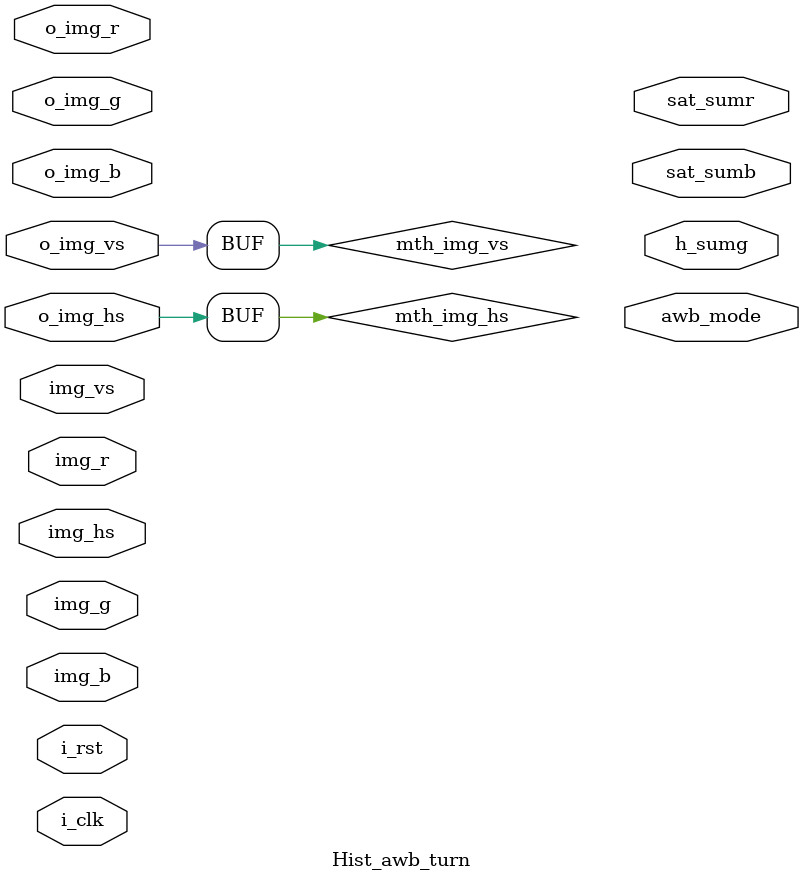
<source format=v>
`timescale 1ns / 1ps
module Hist_awb_turn(        
	input        i_clk     ,
	input        i_rst     ,   
	input [7:0]  img_r     ,            
    input [7:0]  img_g     ,
    input [7:0]  img_b     ,    
	input        img_hs    ,
	input        img_vs    ,
	input        o_img_hs  ,
    input        o_img_vs  ,
    input [7:0]  o_img_r   ,
    input [7:0]  o_img_g   ,
    input [7:0]  o_img_b   ,
    output reg awb_mode,  // Ìí¼ÓÄ£Ê½Ñ¡Ôñ±êÖ¾×÷ÎªÊä³ö
    output reg [31:0] sat_sumr, // RÍ¨µÀ¸ßÁÁ±¥ºÍÏñËØ¼ÆÊý
    output reg [31:0] sat_sumb, // BÍ¨µÀ¸ßÁÁ±¥ºÍÏñËØ¼ÆÊý
    output reg [31:0] h_sumg    // GÍ¨µÀ¸ßÃ÷¶ÈÏñËØ¼ÆÊý
);
parameter   RB_TH  =  240 ;
parameter   G_TH   =  200 ;

reg  		r_ram_rd_en    ;
reg  [8:0]	r_ram_rd_addr  ;
wire [31:0]	r_ram_rd_dout  ;

reg  		g_ram_rd_en    ;
reg  [8:0]	g_ram_rd_addr  ;
wire [31:0]	g_ram_rd_dout  ;

reg  		b_ram_rd_en    ;
reg  [8:0]	b_ram_rd_addr  ;
wire [31:0]	b_ram_rd_dout  ;


reg [15:0] x_cnt, y_cnt    ;
reg [15:0] img_hs_d        ;
reg [15:0] img_vs_d        ;
wire       ram_hist_done   ;
reg [15:0] ram_hist_done_d ;


reg g_ram_rd;
reg g_ram_rd_1d;
reg [7:0] g_ram_rd_cnt;
reg [31:0] g_ram_acc;
reg r_ram_rd;
reg r_ram_rd_1d;
reg [7:0] r_ram_rd_cnt;
reg [31:0] r_ram_acc;
reg b_ram_rd;
reg b_ram_rd_1d;
reg [7:0] b_ram_rd_cnt;
reg [31:0] b_ram_acc;
reg awb_turn;


Hist_static Hist_static_r(
    .i_clk				 (i_clk		     ),      
    .i_rst				 (i_rst		     ),      
    .img_data			 (img_r  	     ), 
    .img_hs				 (img_hs		 ), 
    .img_vs				 (img_vs		 ), 
	.ram_hist_done       (ram_hist_done  ),
	.dr_ram_rd_en        (r_ram_rd),
    .dr_ram_rd_addr      (r_ram_rd_addr  ),
	.dr_ram_rd_valid     (),
    .dr_ram_rd_dout      (r_ram_rd_dout  )
);

Hist_static Hist_static_g(
    .i_clk				 (i_clk		     ),      
    .i_rst				 (i_rst		     ),      
    .img_data			 (img_g  	     ), 
    .img_hs				 (img_hs		 ), 
    .img_vs				 (img_vs		 ),    
	.dr_ram_rd_en        (g_ram_rd    ),
    .dr_ram_rd_addr      (g_ram_rd_addr  ),
	.dr_ram_rd_valid     ( ),
    .dr_ram_rd_dout      (g_ram_rd_dout  )
);

Hist_static Hist_static_b(
    .i_clk				 (i_clk		     ),      
    .i_rst				 (i_rst		     ),      
    .img_data			 (img_b  	     ), 
    .img_hs				 (img_hs		 ), 
    .img_vs				 (img_vs		 ),    
	.dr_ram_rd_en        (r_ram_rd    ),
    .dr_ram_rd_addr      (r_ram_rd_addr  ),
	.dr_ram_rd_valid     ( ),
    .dr_ram_rd_dout      (b_ram_rd_dout  )
);

always@(posedge i_clk) 
begin 
	if(i_rst)  
		x_cnt <= 'd0;	
	else if(img_hs)
		x_cnt <= x_cnt + 1;
	else 
		x_cnt <= 'd0;
end 

always@(posedge i_clk) 
begin 
	if(i_rst)  
		y_cnt <= 'd0;
	else if(!img_vs)
		y_cnt <= 'd0;
	else if(img_hs_d[0] && !img_hs)
		y_cnt <= y_cnt + 1;
	else 
		y_cnt <= y_cnt;
end 

always@(posedge i_clk) 
begin 
	if(i_rst)begin  
		img_hs_d    <= 'd0 ;
        img_vs_d    <= 'd0 ;
		ram_hist_done_d <= 'd0;
	end else begin
		img_hs_d    <= { img_hs_d[14:0] , img_hs};
		img_vs_d    <= { img_vs_d[14:0] , img_vs};
		ram_hist_done_d <= {ram_hist_done_d[14:0],ram_hist_done};
	end
end 

always@(posedge i_clk) 
begin 
	if(i_rst)begin  
		img_hs_d    <= 'd0 ;
        img_vs_d    <= 'd0 ;
		ram_hist_done_d <= 'd0;
	end else begin
		img_hs_d    <= { img_hs_d[14:0] , img_hs};
		img_vs_d    <= { img_vs_d[14:0] , img_vs};
		ram_hist_done_d <= {ram_hist_done_d[14:0],ram_hist_done};
    end
end 




always@(posedge i_clk)begin
	g_ram_rd_1d <= g_ram_rd; 
	r_ram_rd_1d <= r_ram_rd;
	b_ram_rd_1d <= b_ram_rd;
end
always@(posedge i_clk) 
begin 
	if(i_rst) 
		g_ram_rd <= 'd0;
	else if(g_ram_rd_cnt == (255 - G_TH - 1) && g_ram_rd)
		g_ram_rd <= 'd0;
	else if(ram_hist_done)
		g_ram_rd <= 'd1;
	else 
		g_ram_rd <= g_ram_rd;
end 

always@(posedge i_clk) 
begin 
	if(i_rst) 
		r_ram_rd <= 'd0;
	else if(r_ram_rd_cnt == (255 - RB_TH - 1) && r_ram_rd)
		r_ram_rd <= 'd0;
	else if(ram_hist_done)
		r_ram_rd <= 'd1;
	else 
		r_ram_rd <= r_ram_rd;
end

always@(posedge i_clk) 
begin 
	if(i_rst) 
		g_ram_rd_cnt <= 'd0;
	else if(g_ram_rd_cnt == (255 - G_TH - 1) && g_ram_rd)
		g_ram_rd_cnt <= 'd0;
	else if(g_ram_rd)
		g_ram_rd_cnt <= g_ram_rd_cnt + 'd1;
	else 
		g_ram_rd_cnt <= g_ram_rd_cnt;
end 

always@(posedge i_clk) 
begin 
	if(i_rst) 
		r_ram_rd_cnt <= 'd0;
	else if(r_ram_rd_cnt == (255 - RB_TH - 1) && r_ram_rd)
		r_ram_rd_cnt <= 'd0;
	else if(r_ram_rd)
		r_ram_rd_cnt <= r_ram_rd_cnt + 'd1;
	else 
		r_ram_rd_cnt <= r_ram_rd_cnt;
end 

always@(posedge i_clk) 
begin 
	if(i_rst) 
		g_ram_acc <= 'd0;
	else if(!img_vs_d[0] && img_vs)
		g_ram_acc <= 'd0;
	else if(g_ram_rd_1d)
		g_ram_acc <= g_ram_acc + g_ram_rd_dout;
	else 
		g_ram_acc <= g_ram_acc;
end 

always@(posedge i_clk) 
begin 
	if(i_rst) 
		r_ram_acc <= 'd0;
	else if(!img_vs_d[0] && img_vs)
		r_ram_acc <= 'd0;
	else if(r_ram_rd_1d)
		r_ram_acc <= r_ram_acc + r_ram_rd_dout;
	else 
		r_ram_acc <= r_ram_acc;
end 

always@(posedge i_clk) 
begin 
	if(i_rst) 
		b_ram_acc <= 'd0;
	else if(!img_vs_d[0] && img_vs)
		b_ram_acc <= 'd0;
	else if(r_ram_rd_1d)
		b_ram_acc <= b_ram_acc + b_ram_rd_dout;
	else 
		b_ram_acc <= b_ram_acc;
end 

always@(posedge i_clk) 
begin 
	if(i_rst) 
		g_ram_rd_addr <= G_TH;
	else if(g_ram_rd_1d && !g_ram_rd)
		g_ram_rd_addr <= G_TH;
	else if(g_ram_rd)
		g_ram_rd_addr <= g_ram_rd_addr + 'd1;
	else 
		g_ram_rd_addr <= g_ram_rd_addr;
end 

always@(posedge i_clk) 
begin 
	if(i_rst) 
		r_ram_rd_addr <= RB_TH;
	else if(r_ram_rd_1d && !r_ram_rd)
		r_ram_rd_addr <= RB_TH;
	else if(r_ram_rd)
		r_ram_rd_addr <= r_ram_rd_addr + 'd1;
	else 
		r_ram_rd_addr <= r_ram_rd_addr;
end 


always@(posedge i_clk) 
begin 
	if(i_rst) 
		awb_turn <= 'd0;
	else if(!img_vs_d[0] && img_vs)
		awb_turn <= (b_ram_acc > g_ram_acc || r_ram_acc > g_ram_acc) ? 'd1 : 'd0;
	else 
		awb_turn <= awb_turn;
end 

reg   [7:0]    mv_img_r_1d    ; 
reg   [7:0]    mv_img_g_1d    ; 
reg   [7:0]    mv_img_b_1d    ; 

wire  [7:0]    mv_img_r       ; 
wire  [7:0]    mv_img_g       ; 
wire  [7:0]    mv_img_b       ; 
wire           mth_img_hs     ;
wire           mth_img_vs     ;
wire  [7:0]    mth_img_r      ;
wire  [7:0]    mth_img_g      ;
wire  [7:0]    mth_img_b      ;

always@(posedge i_clk) 
begin 
	mv_img_r_1d <= mv_img_r;
    mv_img_g_1d <= mv_img_g;
    mv_img_b_1d <= mv_img_b;
end 

Hist_move_top Hist_move_top(
	.i_clk     (i_clk ),
	.i_rst     (i_rst ),   
	.img_r     (img_r ),  
    .img_g     (img_g ),
    .img_b     (img_b ),
	.img_hs    (img_hs),
	.img_vs    (img_vs),
	.o_img_hs  (),
	.o_img_vs  (),
	.o_img_r   (mv_img_r),
    .o_img_g   (mv_img_g),
    .o_img_b   (mv_img_b)

);

Hist_match Hist_match(            
	.i_clk     (i_clk ),
	.i_rst     (i_rst ),   
	.img_r     (img_r ),  
    .img_g     (img_g ),
    .img_b     (img_b ),
	.img_hs    (img_hs),
	.img_vs    (img_vs),
	.o_img_hs  (mth_img_hs),
	.o_img_vs  (mth_img_vs),
	.o_img_r   (mth_img_r ),
    .o_img_g   (mth_img_g ),
    .o_img_b   (mth_img_b )

);

assign o_img_hs =                             mth_img_hs ;
assign o_img_vs =                             mth_img_vs ;
assign o_img_r  = awb_turn == 1 ? mv_img_r :  mth_img_r  ;
assign o_img_g  = awb_turn == 1 ? mv_img_g :  mth_img_g  ;
assign o_img_b  = awb_turn == 1 ? mv_img_b :  mth_img_b  ;

endmodule

</source>
